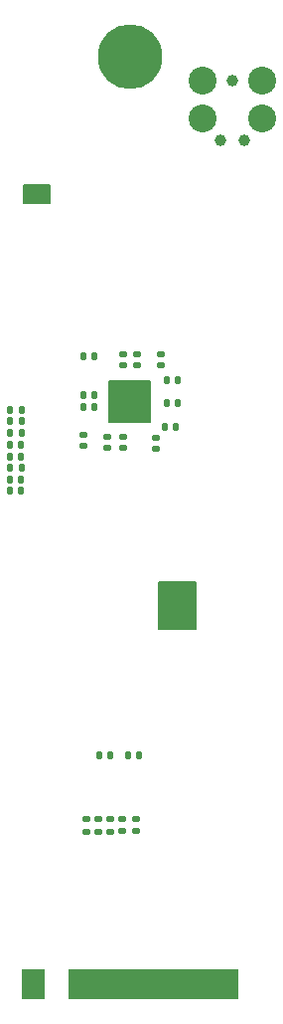
<source format=gbr>
%TF.GenerationSoftware,KiCad,Pcbnew,9.0.7*%
%TF.CreationDate,2026-02-08T22:25:42+01:00*%
%TF.ProjectId,BladeCore-M54,426c6164-6543-46f7-9265-2d4d35342e6b,rev?*%
%TF.SameCoordinates,Original*%
%TF.FileFunction,Soldermask,Bot*%
%TF.FilePolarity,Negative*%
%FSLAX46Y46*%
G04 Gerber Fmt 4.6, Leading zero omitted, Abs format (unit mm)*
G04 Created by KiCad (PCBNEW 9.0.7) date 2026-02-08 22:25:42*
%MOMM*%
%LPD*%
G01*
G04 APERTURE LIST*
G04 Aperture macros list*
%AMRoundRect*
0 Rectangle with rounded corners*
0 $1 Rounding radius*
0 $2 $3 $4 $5 $6 $7 $8 $9 X,Y pos of 4 corners*
0 Add a 4 corners polygon primitive as box body*
4,1,4,$2,$3,$4,$5,$6,$7,$8,$9,$2,$3,0*
0 Add four circle primitives for the rounded corners*
1,1,$1+$1,$2,$3*
1,1,$1+$1,$4,$5*
1,1,$1+$1,$6,$7*
1,1,$1+$1,$8,$9*
0 Add four rect primitives between the rounded corners*
20,1,$1+$1,$2,$3,$4,$5,0*
20,1,$1+$1,$4,$5,$6,$7,0*
20,1,$1+$1,$6,$7,$8,$9,0*
20,1,$1+$1,$8,$9,$2,$3,0*%
G04 Aperture macros list end*
%ADD10C,0.150000*%
%ADD11C,2.374900*%
%ADD12C,0.990600*%
%ADD13RoundRect,0.050000X-0.175000X-1.250000X0.175000X-1.250000X0.175000X1.250000X-0.175000X1.250000X0*%
%ADD14C,5.500000*%
%ADD15C,0.425000*%
%ADD16RoundRect,0.135000X0.185000X-0.135000X0.185000X0.135000X-0.185000X0.135000X-0.185000X-0.135000X0*%
%ADD17RoundRect,0.140000X-0.170000X0.140000X-0.170000X-0.140000X0.170000X-0.140000X0.170000X0.140000X0*%
%ADD18RoundRect,0.140000X0.170000X-0.140000X0.170000X0.140000X-0.170000X0.140000X-0.170000X-0.140000X0*%
%ADD19RoundRect,0.140000X-0.140000X-0.170000X0.140000X-0.170000X0.140000X0.170000X-0.140000X0.170000X0*%
%ADD20RoundRect,0.140000X0.140000X0.170000X-0.140000X0.170000X-0.140000X-0.170000X0.140000X-0.170000X0*%
%ADD21RoundRect,0.135000X-0.185000X0.135000X-0.185000X-0.135000X0.185000X-0.135000X0.185000X0.135000X0*%
G04 APERTURE END LIST*
D10*
X17900000Y36250000D02*
X21050000Y36250000D01*
X21050000Y32200000D01*
X17900000Y32200000D01*
X17900000Y36250000D01*
G36*
X17900000Y36250000D02*
G01*
X21050000Y36250000D01*
X21050000Y32200000D01*
X17900000Y32200000D01*
X17900000Y36250000D01*
G37*
X6400000Y70000000D02*
X8600000Y70000000D01*
X8600000Y68500000D01*
X6400000Y68500000D01*
X6400000Y70000000D01*
G36*
X6400000Y70000000D02*
G01*
X8600000Y70000000D01*
X8600000Y68500000D01*
X6400000Y68500000D01*
X6400000Y70000000D01*
G37*
X13650000Y53300000D02*
X17150000Y53300000D01*
X17150000Y49850000D01*
X13650000Y49850000D01*
X13650000Y53300000D01*
G36*
X13650000Y53300000D02*
G01*
X17150000Y53300000D01*
X17150000Y49850000D01*
X13650000Y49850000D01*
X13650000Y53300000D01*
G37*
D11*
%TO.C,DEBUG*%
X26730000Y78855000D03*
D12*
X24190000Y78855000D03*
D11*
X21650000Y78855000D03*
X26730000Y75680000D03*
X21650000Y75680000D03*
D12*
X25206000Y73775000D03*
X23174000Y73775000D03*
%TD*%
D13*
%TO.C,J1*%
X24425000Y1995000D03*
X23925000Y1995000D03*
X23425000Y1995000D03*
X22925000Y1995000D03*
X22425000Y1995000D03*
X21925000Y1995000D03*
X21425000Y1995000D03*
X20925000Y1995000D03*
X20425000Y1995000D03*
X19925000Y1995000D03*
X19425000Y1995000D03*
X18925000Y1995000D03*
X18425000Y1995000D03*
X17925000Y1995000D03*
X17425000Y1995000D03*
X16925000Y1995000D03*
X16425000Y1995000D03*
X15925000Y1995000D03*
X15425000Y1995000D03*
X14925000Y1995000D03*
X14425000Y1995000D03*
X13925000Y1995000D03*
X13425000Y1995000D03*
X12925000Y1995000D03*
X12425000Y1995000D03*
X11925000Y1995000D03*
X11425000Y1995000D03*
X10925000Y1995000D03*
X10425000Y1995000D03*
X7925000Y1995000D03*
X7425000Y1995000D03*
X6925000Y1995000D03*
X6425000Y1995000D03*
D14*
X15471447Y80915000D03*
%TD*%
D15*
%TO.C,IC1*%
X16279212Y50745788D03*
X16279212Y51595788D03*
X16279212Y52445788D03*
X15429212Y50745788D03*
X15429212Y51595788D03*
X15429212Y52445788D03*
X14579212Y50745788D03*
X14579212Y51595788D03*
X14579212Y52445788D03*
%TD*%
D16*
%TO.C,R48*%
X13720000Y15000000D03*
X13720000Y16020000D03*
%TD*%
D17*
%TO.C,C14*%
X14829212Y55620788D03*
X14829212Y54660788D03*
%TD*%
%TO.C,C4*%
X16054212Y55620788D03*
X16054212Y54660788D03*
%TD*%
%TO.C,C3*%
X18054212Y55595788D03*
X18054212Y54635788D03*
%TD*%
D18*
%TO.C,C8*%
X11429212Y47790788D03*
X11429212Y48750788D03*
%TD*%
D19*
%TO.C,C7*%
X11444212Y52095788D03*
X12404212Y52095788D03*
%TD*%
%TO.C,C5*%
X11449212Y55395788D03*
X12409212Y55395788D03*
%TD*%
D16*
%TO.C,R49*%
X14720000Y15010000D03*
X14720000Y16030000D03*
%TD*%
D19*
%TO.C,C15*%
X11444212Y51145788D03*
X12404212Y51145788D03*
%TD*%
D20*
%TO.C,C31*%
X6154212Y44970788D03*
X5194212Y44970788D03*
%TD*%
%TO.C,C27*%
X6159212Y48920788D03*
X5199212Y48920788D03*
%TD*%
D18*
%TO.C,C9*%
X14829212Y47615788D03*
X14829212Y48575788D03*
%TD*%
D20*
%TO.C,C32*%
X6154212Y43995788D03*
X5194212Y43995788D03*
%TD*%
D21*
%TO.C,R38*%
X11700000Y16020000D03*
X11700000Y15000000D03*
%TD*%
D20*
%TO.C,C1*%
X19339212Y49420788D03*
X18379212Y49420788D03*
%TD*%
D17*
%TO.C,C37*%
X15940000Y16030000D03*
X15940000Y15070000D03*
%TD*%
D19*
%TO.C,C43*%
X15270000Y21500000D03*
X16230000Y21500000D03*
%TD*%
D20*
%TO.C,C13*%
X19484212Y51420788D03*
X18524212Y51420788D03*
%TD*%
%TO.C,C2*%
X19484212Y53395788D03*
X18524212Y53395788D03*
%TD*%
D21*
%TO.C,R37*%
X12710000Y16020000D03*
X12710000Y15000000D03*
%TD*%
D20*
%TO.C,C30*%
X6159212Y45945788D03*
X5199212Y45945788D03*
%TD*%
%TO.C,C26*%
X6179212Y49895788D03*
X5219212Y49895788D03*
%TD*%
D18*
%TO.C,C16*%
X13504212Y47615788D03*
X13504212Y48575788D03*
%TD*%
D20*
%TO.C,C25*%
X6179212Y50870788D03*
X5219212Y50870788D03*
%TD*%
D18*
%TO.C,C10*%
X17629212Y47540788D03*
X17629212Y48500788D03*
%TD*%
D20*
%TO.C,C28*%
X6154212Y47920788D03*
X5194212Y47920788D03*
%TD*%
%TO.C,C29*%
X6154212Y46920788D03*
X5194212Y46920788D03*
%TD*%
%TO.C,C48*%
X13730000Y21500000D03*
X12770000Y21500000D03*
%TD*%
M02*

</source>
